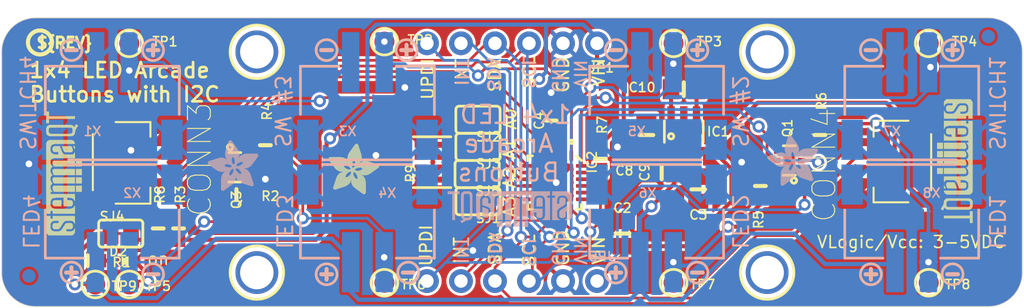
<source format=kicad_pcb>
(kicad_pcb (version 20221018) (generator pcbnew)
  (layers (0 "F.Cu" signal) (31 "B.Cu" signal) (34 "B.Paste" user) (35 "F.Paste" user) (36 "B.SilkS" user "B.Silkscreen") (37 "F.SilkS" user "F.Silkscreen") (38 "B.Mask" user) (39 "F.Mask" user) (44 "Edge.Cuts" user))
  (net 0 "")
  (net 1 "GND")
  (net 2 "SDA")
  (net 3 "SCL")
  (net 4 "INT")
  (net 5 "VCC")
  (net 6 "N$1")
  (net 7 "SW4")
  (net 8 "SW3")
  (net 9 "SW2")
  (net 10 "N$99")
  (net 11 "SW1")
  (net 12 "N$2")
  (net 13 "N$3")
  (net 14 "5.0V")
  (net 15 "PWM4")
  (net 16 "PWM3")
  (net 17 "PWM2")
  (net 18 "PWM1")
  (net 19 "N$4")
  (net 20 "LED3")
  (net 21 "N$12")
  (net 22 "LED4")
  (net 23 "LED2")
  (net 24 "N$11")
  (net 25 "LED1")
  (net 26 "UPDI")
  (net 27 "A0")
  (net 28 "A1")
  (net 29 "A2")
  (net 30 "A3")
  (net 31 "N$5")
  (net 32 "N$6")
  (net 33 "N$7")
  (net 34 "N$8")
  (net 35 "N$13")
  (footprint "working:0805-NO" (layer "F.Cu") (at 162.4076 107.0356 -90)
    (fp_text reference "C3")
    (fp_text value "10uF")
  )
  (footprint "working:0603-NO" (layer "F.Cu") (at 130.0861 103.7336 90)
    (fp_text reference "R4")
    (fp_text value "100")
  )
  (footprint "working:SOT23-6" (layer "F.Cu") (at 161.3281 102.7176)
    (fp_text reference "IC1")
    (fp_text value "AP3602")
  )
  (footprint "working:TESTPOINT_ROUND_1.5MM" (layer "F.Cu") (at 117.3861 114.1476)
    (fp_text reference "TP9")
    (fp_text value "")
  )
  (footprint "working:0603-NO" (layer "F.Cu") (at 127.9271 107.4166)
    (fp_text reference "R2")
    (fp_text value "100")
  )
  (footprint "working:0603-NO" (layer "F.Cu") (at 116.8146 112.3696)
    (fp_text reference "R1")
    (fp_text value "10K")
  )
  (footprint "working:SOLDERJUMPER_CLOSEDWIRE" (layer "F.Cu") (at 119.2911 110.3376)
    (fp_text reference "SJ4")
    (fp_text value "")
  )
  (footprint "working:TESTPOINT_ROUND_1.5MM" (layer "F.Cu") (at 160.5661 96.1136)
    (fp_text reference "TP3")
    (fp_text value "")
  )
  (footprint "working:0603-NO" (layer "F.Cu") (at 155.1051 104.7496 90)
    (fp_text reference "R7")
    (fp_text value "10K")
  )
  (footprint "working:STEMMAQT" (layer "F.Cu") (at 116.3701 110.4646 90)
    (fp_text reference "U$30" hide)
    (fp_text value "" hide)
  )
  (footprint "working:0603-NO" (layer "F.Cu") (at 122.0851 109.9566 90)
    (fp_text reference "R8")
    (fp_text value "10K")
  )
  (footprint "working:SOLDERJUMPER_CLOSEDWIRE" (layer "F.Cu") (at 145.9611 103.8606 180)
    (fp_text reference "SJ3")
    (fp_text value "")
  )
  (footprint "working:RESPACK_4X0603" (layer "F.Cu") (at 142.5321 105.0036 90)
    (fp_text reference "R9")
    (fp_text value "10K")
  )
  (footprint "working:JST_SH4" (layer "F.Cu") (at 119.2911 105.0036 -90)
    (fp_text reference "CONN3")
    (fp_text value "STEMMA_I2C_QT" hide)
  )
  (footprint "working:0603-NO" (layer "F.Cu") (at 151.4221 101.8921 90)
    (fp_text reference "C4")
    (fp_text value "0.1uF")
  )
  (footprint "working:0805-NO" (layer "F.Cu") (at 161.3281 99.5426 180)
    (fp_text reference "C10")
    (fp_text value "1uF")
  )
  (footprint "working:TESTPOINT_ROUND_1.5MM" (layer "F.Cu") (at 119.9261 96.1136)
    (fp_text reference "TP1")
    (fp_text value "")
  )
  (footprint "working:SOLDERJUMPER_CLOSEDWIRE" (layer "F.Cu") (at 145.9611 101.8286 180)
    (fp_text reference "SJ2")
    (fp_text value "")
  )
  (footprint "working:FIDUCIAL_1MM" (layer "F.Cu") (at 111.9886 111.0361)
    (fp_text reference "FID2" hide)
    (fp_text value "FIDUCIAL_1MM" hide)
  )
  (footprint "working:TESTPOINT_ROUND_1.5MM" (layer "F.Cu") (at 138.9761 114.0206)
    (fp_text reference "TP6")
    (fp_text value "")
  )
  (footprint "working:0603-NO" (layer "F.Cu") (at 171.4881 102.9716 90)
    (fp_text reference "R6")
    (fp_text value "100")
  )
  (footprint "working:TESTPOINT_ROUND_1.5MM" (layer "F.Cu") (at 179.6161 114.0206)
    (fp_text reference "TP8")
    (fp_text value "")
  )
  (footprint "working:SOLDERJUMPER_CLOSEDWIRE" (layer "F.Cu") (at 145.8976 105.8926 180)
    (fp_text reference "SJ5")
    (fp_text value "")
  )
  (footprint "working:MOUNTINGHOLE_2.5_PLATED" (layer "F.Cu") (at 167.5511 96.7486)
    (fp_text reference "U$3" hide)
    (fp_text value "MOUNTINGHOLE2.5" hide)
  )
  (footprint "working:SOT363" (layer "F.Cu") (at 127.8001 105.3846 -90)
    (fp_text reference "Q3")
    (fp_text value "BSS138")
  )
  (footprint "working:0603-NO" (layer "F.Cu") (at 123.6091 109.9566 90)
    (fp_text reference "R3")
    (fp_text value "10K")
  )
  (footprint "working:QFN24_4MM" (layer "F.Cu") (at 151.6761 106.5276 -90)
    (fp_text reference "IC2")
    (fp_text value "ATTINY8X7-MU")
  )
  (footprint "working:TESTPOINT_ROUND_1.5MM" (layer "F.Cu") (at 119.9261 114.1476)
    (fp_text reference "TP5")
    (fp_text value "")
  )
  (footprint "working:TESTPOINT_ROUND_1.5MM" (layer "F.Cu") (at 179.6161 96.1136)
    (fp_text reference "TP4")
    (fp_text value "")
  )
  (footprint "working:TESTPOINT_ROUND_1.5MM" (layer "F.Cu") (at 138.9761 95.9866)
    (fp_text reference "TP2")
    (fp_text value "")
  )
  (footprint "working:MOUNTINGHOLE_2.5_PLATED" (layer "F.Cu") (at 129.4511 113.2586)
    (fp_text reference "U$21" hide)
    (fp_text value "MOUNTINGHOLE2.5" hide)
  )
  (footprint "working:1X06_ROUND_70" (layer "F.Cu") (at 148.5011 96.1136 180)
    (fp_text reference "JP1")
    (fp_text value "")
  )
  (footprint "working:JST_SH4" (layer "F.Cu") (at 177.7111 105.0036 90)
    (fp_text reference "CONN4")
    (fp_text value "STEMMA_I2C_QT" hide)
  )
  (footprint "working:MOUNTINGHOLE_2.5_PLATED" (layer "F.Cu") (at 129.4511 96.7486)
    (fp_text reference "U$17" hide)
    (fp_text value "MOUNTINGHOLE2.5" hide)
  )
  (footprint "working:0603-NO" (layer "F.Cu") (at 167.0431 106.7816 -90)
    (fp_text reference "R5")
    (fp_text value "100")
  )
  (footprint "working:0805-NO" (layer "F.Cu") (at 156.7561 110.3376 90)
    (fp_text reference "C2")
    (fp_text value "10uF")
  )
  (footprint "working:0805-NO" (layer "F.Cu") (at 158.5341 102.9716 -90)
    (fp_text reference "C9")
    (fp_text value "10uF")
  )
  (footprint "working:CHIPLED_0603_NOOUTLINE" (layer "F.Cu") (at 119.6086 112.4331 -90)
    (fp_text reference "D2")
    (fp_text value "GREEN")
  )
  (footprint "working:ADAFRUIT_3.5MM" (layer "F.Cu") (at 134.7851 107.4166)
    (fp_text reference "U$9" hide)
    (fp_text value "" hide)
  )
  (footprint "working:SOLDERJUMPER_CLOSEDWIRE" (layer "F.Cu") (at 145.9611 107.9246 180)
    (fp_text reference "SJ1")
    (fp_text value "")
  )
  (footprint "working:SOT363" (layer "F.Cu") (at 169.2021 104.8766 90)
    (fp_text reference "Q1")
    (fp_text value "BSS138")
  )
  (footprint "working:MOUNTINGHOLE_2.5_PLATED" (layer "F.Cu") (at 167.5511 113.2586)
    (fp_text reference "U$19" hide)
    (fp_text value "MOUNTINGHOLE2.5" hide)
  )
  (footprint "working:0805-NO" (layer "F.Cu") (at 159.6771 105.7656 180)
    (fp_text reference "C8")
    (fp_text value "10uF")
  )
  (footprint "working:PCBFEAT-REV-040" (layer "F.Cu") (at 113.2586 96.0501)
    (fp_text reference "U$25" hide)
    (fp_text value "" hide)
  )
  (footprint "working:TESTPOINT_ROUND_1.5MM" (layer "F.Cu") (at 160.5661 114.0206)
    (fp_text reference "TP7")
    (fp_text value "")
  )
  (footprint "working:STEMMAQT" (layer "F.Cu") (at 180.2511 100.3046 -90)
    (fp_text reference "U$31" hide)
    (fp_text value "" hide)
  )
  (footprint "working:FIDUCIAL_1MM" (layer "F.Cu") (at 174.0281 95.8596)
    (fp_text reference "FID1" hide)
    (fp_text value "FIDUCIAL_1MM" hide)
  )
  (footprint "working:JST-XH-2-SV" (layer "B.Cu") (at 178.3461 101.8286 180)
    (fp_text reference "X7")
    (fp_text value "CON_JST_XH_2PIN-VERT")
  )
  (footprint "working:SYMBOL_PLUS" (layer "B.Cu") (at 121.7041 96.6216 180)
    (fp_text reference "U$24" hide)
    (fp_text value "" hide)
  )
  (footprint "working:SYMBOL_MINUS" (layer "B.Cu") (at 134.6581 96.6216 180)
    (fp_text reference "U$8" hide)
    (fp_text value "" hide)
  )
  (footprint "working:FIDUCIAL_1MM" (layer "B.Cu") (at 184.0611 95.6056 180)
    (fp_text reference "FID4" hide)
    (fp_text value "FIDUCIAL_1MM" hide)
  )
  (footprint "working:1X06_ROUND_70" (layer "B.Cu") (at 148.5011 113.8936 180)
    (fp_text reference "JP5")
    (fp_text value "")
  )
  (footprint "working:JST-XH-2-SV" (layer "B.Cu") (at 178.3461 108.1786)
    (fp_text reference "X8")
    (fp_text value "CON_JST_XH_2PIN-VERT")
  )
  (footprint "working:SYMBOL_MINUS" (layer "B.Cu") (at 181.3941 113.3856 180)
    (fp_text reference "U$47" hide)
    (fp_text value "" hide)
  )
  (footprint "working:SYMBOL_PLUS" (layer "B.Cu") (at 134.6581 113.3856 180)
    (fp_text reference "U$20" hide)
    (fp_text value "" hide)
  )
  (footprint "working:JST-XH-2-SV" (layer "B.Cu") (at 118.6561 108.1786)
    (fp_text reference "X2")
    (fp_text value "CON_JST_XH_2PIN-VERT")
  )
  (footprint "working:ADAFRUIT_3.5MM" (layer "B.Cu") (at 171.3611 106.7816 180)
    (fp_text reference "U$2" hide)
    (fp_text value "" hide)
  )
  (footprint "working:JST-XH-2-SV" (layer "B.Cu") (at 118.6561 101.8286 180)
    (fp_text reference "X1")
    (fp_text value "CON_JST_XH_2PIN-VERT")
  )
  (footprint "working:JST-XH-2-SV" (layer "B.Cu") (at 137.7061 101.8286 180)
    (fp_text reference "X3")
    (fp_text value "CON_JST_XH_2PIN-VERT")
  )
  (footprint "working:JST-XH-2-SV" (layer "B.Cu") (at 159.2961 108.1786)
    (fp_text reference "X6")
    (fp_text value "CON_JST_XH_2PIN-VERT")
  )
  (footprint "working:SYMBOL_PLUS" (layer "B.Cu") (at 115.6081 113.2586 180)
    (fp_text reference "U$23" hide)
    (fp_text value "" hide)
  )
  (footprint "working:SYMBOL_PLUS" (layer "B.Cu") (at 140.6271 96.6216 180)
    (fp_text reference "U$50" hide)
    (fp_text value "" hide)
  )
  (footprint "working:JST-XH-2-SV" (layer "B.Cu") (at 159.2961 101.8286 180)
    (fp_text reference "X5")
    (fp_text value "CON_JST_XH_2PIN-VERT")
  )
  (footprint "working:SYMBOL_PLUS" (layer "B.Cu") (at 181.3941 96.6216 180)
    (fp_text reference "U$15" hide)
    (fp_text value "" hide)
  )
  (footprint "working:JST-XH-2-SV" (layer "B.Cu") (at 137.7061 108.1786)
    (fp_text reference "X4")
    (fp_text value "CON_JST_XH_2PIN-VERT")
  )
  (footprint "working:SYMBOL_MINUS" (layer "B.Cu") (at 156.2481 96.6216 180)
    (fp_text reference "U$49" hide)
    (fp_text value "" hide)
  )
  (footprint "working:STEMMAQT" (layer "B.Cu") (at 152.9461 109.8296 180)
    (fp_text reference "U$53" hide)
    (fp_text value "" hide)
  )
  (footprint "working:SYMBOL_PLUS" (layer "B.Cu") (at 175.2981 113.3856 180)
    (fp_text reference "U$16" hide)
    (fp_text value "" hide)
  )
  (footprint "working:FIDUCIAL_1MM" (layer "B.Cu") (at 112.4331 113.5126 180)
    (fp_text reference "FID3" hide)
    (fp_text value "FIDUCIAL_1MM" hide)
  )
  (footprint "working:SYMBOL_MINUS" (layer "B.Cu") (at 140.7541 113.2586 180)
    (fp_text reference "U$48" hide)
    (fp_text value "" hide)
  )
  (footprint "working:SYMBOL_MINUS" (layer "B.Cu") (at 121.7041 113.3856 180)
    (fp_text reference "U$45" hide)
    (fp_text value "" hide)
  )
  (footprint "working:SYMBOL_PLUS" (layer "B.Cu") (at 156.2481 113.2586 180)
    (fp_text reference "U$7" hide)
    (fp_text value "" hide)
  )
  (footprint "working:SYMBOL_MINUS" (layer "B.Cu") (at 115.6081 96.6216 180)
    (fp_text reference "U$14" hide)
    (fp_text value "" hide)
  )
  (footprint "working:SYMBOL_MINUS" (layer "B.Cu") (at 175.2981 96.6216 180)
    (fp_text reference "U$1" hide)
    (fp_text value "" hide)
  )
  (footprint "working:ADAFRUIT_3.5MM" (layer "B.Cu") (at 129.5781 107.1626 180)
    (fp_text reference "U$52" hide)
    (fp_text value "" hide)
  )
  (footprint "working:SYMBOL_PLUS" (layer "B.Cu") (at 162.3441 96.6216 180)
    (fp_text reference "U$26" hide)
    (fp_text value "" hide)
  )
  (footprint "working:SYMBOL_MINUS" (layer "B.Cu") (at 162.3441 113.2586 180)
    (fp_text reference "U$46" hide)
    (fp_text value "" hide)
  )
  (gr_arc (start 110.4011 96.7486) (mid 111.145049 94.952549) (end 112.9411 94.2086) (stroke (width 0.05)) (layer "Edge.Cuts"))
  (gr_line (start 112.9411 94.2086) (end 184.0611 94.2086) (stroke (width 0.05)) (layer "Edge.Cuts"))
  (gr_arc (start 184.0611 94.2086) (mid 185.857151 94.952549) (end 186.6011 96.7486) (stroke (width 0.05)) (layer "Edge.Cuts"))
  (gr_arc (start 186.6011 113.2586) (mid 185.857151 115.054651) (end 184.0611 115.7986) (stroke (width 0.05)) (layer "Edge.Cuts"))
  (gr_arc (start 112.9411 115.7986) (mid 111.145049 115.054651) (end 110.4011 113.2586) (stroke (width 0.05)) (layer "Edge.Cuts"))
  (gr_line (start 186.6011 96.7486) (end 186.6011 113.2586) (stroke (width 0.05)) (layer "Edge.Cuts"))
  (gr_line (start 110.4011 113.2586) (end 110.4011 96.7486) (stroke (width 0.05)) (layer "Edge.Cuts"))
  (gr_line (start 184.0611 115.7986) (end 112.9411 115.7986) (stroke (width 0.05)) (layer "Edge.Cuts"))
  (gr_text "INT" (at 144.7546 98.2726 -90) (layer "B.SilkS") (effects (font (size 0.87376 0.87376) (thickness 0.14224)) (justify mirror)))
  (gr_text "1x4 LED \nArcade\nButtons" (at 148.2471 103.6066) (layer "B.SilkS") (effects (font (size 1.34112 1.34112) (thickness 0.18288)) (justify mirror)))
  (gr_text "LED2" (at 165.5191 109.4486 -90) (layer "B.SilkS") (effects (font (size 1.1176 1.1176) (thickness 0.1524)) (justify mirror)))
  (gr_text "SW #2" (at 165.5191 101.1936 -90) (layer "B.SilkS") (effects (font (size 1.1176 1.1176) (thickness 0.1524)) (justify mirror)))
  (gr_text "SW #3" (at 131.3561 101.1936 -90) (layer "B.SilkS") (effects (font (size 1.1176 1.1176) (thickness 0.1524)) (justify mirror)))
  (gr_text "LED4" (at 112.5601 109.4486 -90) (layer "B.SilkS") (effects (font (size 1.1176 1.1176) (thickness 0.1524)) (justify mirror)))
  (gr_text "INT" (at 144.7546 111.6076 -90) (layer "B.SilkS") (effects (font (size 0.87376 0.87376) (thickness 0.14224)) (justify mirror)))
  (gr_text "SDA" (at 147.2311 111.4806 -90) (layer "B.SilkS") (effects (font (size 0.87376 0.87376) (thickness 0.14224)) (justify mirror)))
  (gr_text "SDA" (at 147.1041 98.3996 -90) (layer "B.SilkS") (effects (font (size 0.87376 0.87376) (thickness 0.14224)) (justify mirror)))
  (gr_text "LED1" (at 184.6961 109.4486 -90) (layer "B.SilkS") (effects (font (size 1.1176 1.1176) (thickness 0.1524)) (justify mirror)))
  (gr_text "SCL" (at 149.7711 111.6076 -90) (layer "B.SilkS") (effects (font (size 0.87376 0.87376) (thickness 0.14224)) (justify mirror)))
  (gr_text "SCL" (at 149.7711 98.2726 -90) (layer "B.SilkS") (effects (font (size 0.87376 0.87376) (thickness 0.14224)) (justify mirror)))
  (gr_text "SWITCH1" (at 184.6961 100.5586 -90) (layer "B.SilkS") (effects (font (size 1.1176 1.1176) (thickness 0.1524)) (justify mirror)))
  (gr_text "GND" (at 151.9301 98.4631 -90) (layer "B.SilkS") (effects (font (size 0.87376 0.87376) (thickness 0.14224)) (justify mirror)))
  (gr_text "LED3" (at 131.4831 109.4486 -90) (layer "B.SilkS") (effects (font (size 1.1176 1.1176) (thickness 0.1524)) (justify mirror)))
  (gr_text "GND" (at 151.9301 111.4171 -90) (layer "B.SilkS") (effects (font (size 0.87376 0.87376) (thickness 0.14224)) (justify mirror)))
  (gr_text "VIN" (at 153.5811 98.3996 -90) (layer "B.SilkS") (effects (font (size 0.87376 0.87376) (thickness 0.14224)) (justify mirror)))
  (gr_text "SWITCH4" (at 112.3061 100.5586 -90) (layer "B.SilkS") (effects (font (size 1.1176 1.1176) (thickness 0.1524)) (justify mirror)))
  (gr_text "VIN" (at 153.5811 111.6076 -90) (layer "B.SilkS") (effects (font (size 0.87376 0.87376) (thickness 0.14224)) (justify mirror)))
  (gr_text "A1" (at 148.3106 103.9876 90) (layer "F.SilkS") (effects (font (size 0.87376 0.87376) (thickness 0.14224))))
  (gr_text "1x4 LED Arcade\nButtons with I2C" (at 112.3696 99.0346) (layer "F.SilkS") (effects (font (size 1.12268 1.12268) (thickness 0.19812)) (justify left)))
  (gr_text "GND" (at 152.3111 98.4631 90) (layer "F.SilkS") (effects (font (size 0.87376 0.87376) (thickness 0.14224))))
  (gr_text "UPDI" (at 142.2146 98.7806 90) (layer "F.SilkS") (effects (font (size 0.87376 0.87376) (thickness 0.14224))))
  (gr_text "UPDI" (at 142.0876 111.2266 90) (layer "F.SilkS") (effects (font (size 0.87376 0.87376) (thickness 0.14224))))
  (gr_text "INT" (at 144.7546 98.2726 90) (layer "F.SilkS") (effects (font (size 0.87376 0.87376) (thickness 0.14224))))
  (gr_text "SCL" (at 149.7711 98.2726 90) (layer "F.SilkS") (effects (font (size 0.87376 0.87376) (thickness 0.14224))))
  (gr_text "A0" (at 148.3741 101.7651 90) (layer "F.SilkS") (effects (font (size 0.87376 0.87376) (thickness 0.14224))))
  (gr_text "SDA" (at 147.2311 98.5266 90) (layer "F.SilkS") (effects (font (size 0.87376 0.87376) (thickness 0.14224))))
  (gr_text "A2" (at 148.3106 106.1466 90) (layer "F.SilkS") (effects (font (size 0.87376 0.87376) (thickness 0.14224))))
  (gr_text "on" (at 121.1961 112.7506) (layer "F.SilkS") (effects (font (size 0.89408 0.89408) (thickness 0.12192)) (justify left bottom)))
  (gr_text "SCL" (at 149.7711 111.6076 90) (layer "F.SilkS") (effects (font (size 0.87376 0.87376) (thickness 0.14224))))
  (gr_text "A3" (at 148.3106 108.3056 90) (layer "F.SilkS") (effects (font (size 0.87376 0.87376) (thickness 0.14224))))
  (gr_text "VLogic/Vcc: 3-5VDC" (at 178.2826 110.9726) (layer "F.SilkS") (effects (font (size 0.89408 0.89408) (thickness 0.12192))))
  (gr_text "VIN" (at 154.9781 98.2726 90) (layer "F.SilkS") (effects (font (size 0.87376 0.87376) (thickness 0.14224))))
  (gr_text "VIN" (at 154.9781 111.6076 90) (layer "F.SilkS") (effects (font (size 0.87376 0.87376) (thickness 0.14224))))
  (gr_text "GND" (at 152.3111 111.4171 90) (layer "F.SilkS") (effects (font (size 0.87376 0.87376) (thickness 0.14224))))
  (gr_text "INT" (at 144.6276 111.6076 90) (layer "F.SilkS") (effects (font (size 0.87376 0.87376) (thickness 0.14224))))
  (gr_text "SDA" (at 147.2311 111.4806 90) (layer "F.SilkS") (effects (font (size 0.87376 0.87376) (thickness 0.14224))))
  (segment (start 151.9261 104.5276) (end 151.9261 106.2776) (width 0.2032) (layer "F.Cu") (net 1))
  (segment (start 151.9261 106.2776) (end 151.6761 106.5276) (width 0.2032) (layer "F.Cu") (net 1))
  (via (at 120.0531 104.1146) (size 0.9064) (drill 0.5) (layers "F.Cu" "B.Cu") (net 1))
  (via (at 138.3411 104.4956) (size 0.9064) (drill 0.5) (layers "F.Cu" "B.Cu") (net 1))
  (via (at 165.6461 105.0036) (size 0.9064) (drill 0.5) (layers "F.Cu" "B.Cu") (net 1))
  (via (at 130.0861 106.2736) (size 0.9064) (drill 0.5) (layers "F.Cu" "B.Cu") (net 1))
  (via (at 112.4331 105.1306) (size 0.9064) (drill 0.5) (layers "F.Cu" "B.Cu") (net 1))
  (via (at 151.4221 99.7966) (size 0.9064) (drill 0.5) (layers "F.Cu" "B.Cu") (net 1))
  (via (at 156.3751 103.8606) (size 0.9064) (drill 0.5) (layers "F.Cu" "B.Cu") (net 1))
  (via (at 145.5801 111.6076) (size 0.9064) (drill 0.5) (layers "F.Cu" "B.Cu") (net 1))
  (via (at 151.8031 106.5276) (size 0.9064) (drill 0.5) (layers "F.Cu" "B.Cu") (net 1))
  (via (at 140.5001 99.4156) (size 0.9064) (drill 0.5) (layers "F.Cu" "B.Cu") (net 1))
  (segment (start 149.1655 110.9432) (end 147.2311 112.8776) (width 0.2032) (layer "F.Cu") (net 2))
  (segment (start 147.2311 113.8936) (end 147.2311 114.0206) (width 0.2032) (layer "F.Cu") (net 2))
  (segment (start 171.1285 108.8841) (end 169.548 110.4646) (width 0.254) (layer "F.Cu") (net 2))
  (segment (start 162.0901 115.1636) (end 148.3741 115.1636) (width 0.2032) (layer "F.Cu") (net 2))
  (segment (start 149.1655 110.5916) (end 150.1521 110.5916) (width 0.2032) (layer "F.Cu") (net 2))
  (segment (start 131.998107 97.3836) (end 123.878107 105.5036) (width 0.2032) (layer "F.Cu") (net 2))
  (segment (start 169.548 110.4646) (end 166.7891 110.4646) (width 0.254) (layer "F.Cu") (net 2))
  (segment (start 145.3261 97.3836) (end 131.998107 97.3836) (width 0.2032) (layer "F.Cu") (net 2))
  (segment (start 151.4261 109.3176) (end 150.1521 110.5916) (width 0.2032) (layer "F.Cu") (net 2))
  (segment (start 151.4261 108.5276) (end 151.4261 109.3176) (width 0.2032) (layer "F.Cu") (net 2))
  (segment (start 146.5961 96.1136) (end 145.3261 97.3836) (width 0.2032) (layer "F.Cu") (net 2))
  (segment (start 120.6881 107.7096) (end 122.0851 109.1066) (width 0.2032) (layer "F.Cu") (net 2))
  (segment (start 123.878107 105.5036) (end 121.8051 105.5036) (width 0.2032) (layer "F.Cu") (net 2))
  (segment (start 166.7891 110.4646) (end 162.0901 115.1636) (width 0.2032) (layer "F.Cu") (net 2))
  (segment (start 149.1655 110.5916) (end 149.1655 110.9432) (width 0.2032) (layer "F.Cu") (net 2))
  (segment (start 121.8051 105.5036) (end 120.8151 105.5036) (width 0.2032) (layer "F.Cu") (net 2))
  (segment (start 174.285681 104.5036) (end 171.1285 107.660781) (width 0.254) (layer "F.Cu") (net 2))
  (segment (start 146.5961 96.1136) (end 147.2311 96.1136) (width 0.2032) (layer "F.Cu") (net 2))
  (segment (start 171.1285 107.660781) (end 171.1285 108.8841) (width 0.254) (layer "F.Cu") (net 2))
  (segment (start 175.1971 104.5036) (end 174.285681 104.5036) (width 0.254) (layer "F.Cu") (net 2))
  (segment (start 120.8151 105.5036) (end 120.6881 105.6306) (width 0.2032) (layer "F.Cu") (net 2))
  (segment (start 147.2311 112.8776) (end 147.2311 113.8936) (width 0.2032) (layer "F.Cu") (net 2))
  (segment (start 148.3741 115.1636) (end 147.2311 114.0206) (width 0.2032) (layer "F.Cu") (net 2))
  (segment (start 120.6881 105.6306) (end 120.6881 107.7096) (width 0.2032) (layer "F.Cu") (net 2))
  (via (at 149.1655 110.5916) (size 0.9064) (drill 0.5) (layers "F.Cu" "B.Cu") (net 2))
  (segment (start 147.2311 96.1136) (end 147.6121 96.1136) (width 0.2032) (layer "B.Cu") (net 2))
  (segment (start 149.1655 97.667) (end 149.1655 110.5916) (width 0.2032) (layer "B.Cu") (net 2))
  (segment (start 149.1655 97.667) (end 147.6121 96.1136) (width 0.2032) (layer "B.Cu") (net 2))
  (segment (start 151.2911 110.5916) (end 151.5131 110.5916) (width 0.2032) (layer "F.Cu") (net 3))
  (segment (start 170.3451 107.1626) (end 170.3451 108.1786) (width 0.254) (layer "F.Cu") (net 3))
  (segment (start 123.452841 106.5036) (end 121.8051 106.5036) (width 0.2032) (layer "F.Cu") (net 3))
  (segment (start 149.7711 113.8936) (end 150.0211 113.6436) (width 0.2032) (layer "F.Cu") (net 3))
  (segment (start 132.141044 97.8154) (end 145.5293 97.8154) (width 0.2032) (layer "F.Cu") (net 3))
  (segment (start 123.6091 108.3076) (end 123.6091 109.1066) (width 0.2032) (layer "F.Cu") (net 3))
  (segment (start 174.0041 103.5036) (end 170.3451 107.1626) (width 0.254) (layer "F.Cu") (net 3))
  (segment (start 151.9261 108.5276) (end 151.9261 110.1786) (width 0.2032) (layer "F.Cu") (net 3))
  (segment (start 145.8341 97.5106) (end 145.5293 97.8154) (width 0.2032) (layer "F.Cu") (net 3))
  (segment (start 175.1971 103.5036) (end 174.0041 103.5036) (width 0.254) (layer "F.Cu") (net 3))
  (segment (start 148.3741 97.5106) (end 145.8341 97.5106) (width 0.2032) (layer "F.Cu") (net 3))
  (segment (start 150.0211 111.8616) (end 150.0211 113.6436) (width 0.2032) (layer "F.Cu") (net 3))
  (segment (start 132.141044 97.8154) (end 126.452841 103.5036) (width 0.2032) (layer "F.Cu") (net 3))
  (segment (start 150.0211 111.8616) (end 151.2911 110.5916) (width 0.2032) (layer "F.Cu") (net 3))
  (segment (start 121.8051 106.5036) (end 123.6091 108.3076) (width 0.2032) (layer "F.Cu") (net 3))
  (segment (start 151.9261 110.1786) (end 151.5131 110.5916) (width 0.2032) (layer "F.Cu") (net 3))
  (segment (start 126.452841 103.5036) (end 123.452841 106.5036) (width 0.2032) (layer "F.Cu") (net 3))
  (segment (start 148.3741 97.5106) (end 149.7711 96.1136) (width 0.2032) (layer "F.Cu") (net 3))
  (via (at 170.3451 108.1786) (size 0.9064) (drill 0.5) (layers "F.Cu" "B.Cu") (net 3))
  (via (at 151.2911 110.5916) (size 0.9064) (drill 0.5) (layers "F.Cu" "B.Cu") (net 3))
  (segment (start 158.1531 106.7816) (end 160.8201 106.7816) (width 0.2032) (layer "B.Cu") (net 3))
  (segment (start 156.3751 108.5596) (end 156.3751 111.8616) (width 0.2032) (layer "B.Cu") (net 3))
  (segment (start 162.5981 108.5596) (end 169.9641 108.5596) (width 0.2032) (layer "B.Cu") (net 3))
  (segment (start 155.8671 112.3696) (end 152.0571 112.3696) (width 0.2032) (layer "B.Cu") (net 3))
  (segment (start 160.8201 106.7816) (end 162.5981 108.5596) (width 0.2032) (layer "B.Cu") (net 3))
  (segment (start 156.3751 108.5596) (end 158.1531 106.7816) (width 0.2032) (layer "B.Cu") (net 3))
  (segment (start 156.3751 111.8616) (end 155.8671 112.3696) (width 0.2032) (layer "B.Cu") (net 3))
  (segment (start 150.5331 113.8936) (end 149.7711 113.8936) (width 0.2032) (layer "B.Cu") (net 3))
  (segment (start 149.7711 96.1136) (end 149.6441 96.2406) (width 0.2032) (layer "B.Cu") (net 3))
  (segment (start 149.6441 108.9446) (end 151.2911 110.5916) (width 0.2032) (layer "B.Cu") (net 3))
  (segment (start 169.9641 108.5596) (end 170.3451 108.1786) (width 0.2032) (layer "B.Cu") (net 3))
  (segment (start 152.0571 112.3696) (end 150.5331 113.8936) (width 0.2032) (layer "B.Cu") (net 3))
  (segment (start 149.6441 96.2406) (end 149.6441 108.9446) (width 0.2032) (layer "B.Cu") (net 3))
  (segment (start 150.9261 109.145306) (end 150.714293 109.357112) (width 0.2032) (layer "F.Cu") (net 4))
  (segment (start 148.228454 110.191953) (end 144.6911 113.729306) (width 0.2032) (layer "F.Cu") (net 4))
  (segment (start 148.155613 110.119112) (end 148.228454 110.191953) (width 0.2032) (layer "F.Cu") (net 4))
  (segment (start 148.917612 109.357112) (end 148.155613 110.119112) (width 0.2032) (layer "F.Cu") (net 4))
  (segment (start 150.9261 108.5276) (end 150.9261 109.145306) (width 0.2032) (layer "F.Cu") (net 4))
  (segment (start 144.6911 113.8936) (end 144.6911 113.729306) (width 0.2032) (layer "F.Cu") (net 4))
  (segment (start 150.714293 109.357112) (end 148.917612 109.357112) (width 0.2032) (layer "F.Cu") (net 4))
  (via (at 148.155613 110.119112) (size 0.9064) (drill 0.5) (layers "F.Cu" "B.Cu") (net 4))
  (segment (start 148.7551 98.0186) (end 148.1201 97.3836) (width 0.2032) (layer "B.Cu") (net 4))
  (segment (start 148.7551 109.519625) (end 148.155613 110.119112) (width 0.2032) (layer "B.Cu") (net 4))
  (segment (start 148.7551 98.0186) (end 148.7551 109.519625) (width 0.2032) (layer "B.Cu") (net 4))
  (segment (start 144.6911 96.1136) (end 145.4531 96.1136) (width 0.2032) (layer "B.Cu") (net 4))
  (segment (start 148.1201 97.3836) (end 146.7231 97.3836) (width 0.2032) (layer "B.Cu") (net 4))
  (segment (start 146.7231 97.3836) (end 145.4531 96.1136) (width 0.2032) (layer "B.Cu") (net 4))
  (segment (start 176.4411 100.5586) (end 177.0761 101.1936) (width 0.3048) (layer "F.Cu") (net 5))
  (segment (start 160.9471 102.4636) (end 158.9761 102.4636) (width 0.3048) (layer "F.Cu") (net 5))
  (segment (start 162.4711 103.2256) (end 162.4711 104.0176) (width 0.3048) (layer "F.Cu") (net 5))
  (segment (start 158.9761 102.4636) (end 158.5341 102.0216) (width 0.3048) (layer "F.Cu") (net 5))
  (segment (start 161.3281 101.4176) (end 161.3281 102.0826) (width 0.3048) (layer "F.Cu") (net 5))
  (segment (start 150.1521 101.914969) (end 150.1521 99.1616) (width 0.3048) (layer "F.Cu") (net 5))
  (segment (start 177.0761 104.7496) (end 176.3141 105.5116) (width 0.3048) (layer "F.Cu") (net 5))
  (segment (start 133.851675 110.8066) (end 134.6581 110.000175) (width 0.3048) (layer "F.Cu") (net 5))
  (segment (start 154.8511 113.8936) (end 156.7561 111.9886) (width 0.3048) (layer "F.Cu") (net 5))
  (segment (start 123.6091 110.8066) (end 133.851675 110.8066) (width 0.3048) (layer "F.Cu") (net 5))
  (segment (start 164.8841 107.9246) (end 161.5211 111.2876) (width 0.3048) (layer "F.Cu") (net 5))
  (segment (start 155.1051 103.6946) (end 156.8441 101.9556) (width 0.3048) (layer "F.Cu") (net 5))
  (segment (start 162.4076 104.1471) (end 162.4076 106.0856) (width 0.3048) (layer "F.Cu") (net 5))
  (segment (start 156.7561 111.9886) (end 156.7561 111.2876) (width 0.3048) (layer "F.Cu") (net 5))
  (segment (start 166.8491 100.5586) (end 176.4411 100.5586) (width 0.3048) (layer "F.Cu") (net 5))
  (segment (start 150.979231 102.7421) (end 150.1521 101.914969) (width 0.3048) (layer "F.Cu") (net 5))
  (segment (start 120.0531 105.5116) (end 120.0531 110.3376) (width 0.3048) (layer "F.Cu") (net 5))
  (segment (start 156.8441 99.2496) (end 156.8441 101.9556) (width 0.3048) (layer "F.Cu") (net 5))
  (segment (start 158.4731 102.0216) (end 158.5341 102.0216) (width 0.3048) (layer "F.Cu") (net 5))
  (segment (start 154.8511 96.1136) (end 154.8511 97.2566) (width 0.3048) (layer "F.Cu") (net 5))
  (segment (start 155.1051 103.8996) (end 155.1051 103.6946) (width 0.3048) (layer "F.Cu") (net 5))
  (segment (start 162.4711 104.0176) (end 163.3901 104.0176) (width 0.3048) (layer "F.Cu") (net 5))
  (segment (start 161.5211 111.2876) (end 156.7561 111.2876) (width 0.3048) (layer "F.Cu") (net 5))
  (segment (start 120.0531 110.3376) (end 120.0531 110.8066) (width 0.3048) (layer "F.Cu") (net 5))
  (segment (start 163.3901 104.0176) (end 164.8841 105.5116) (width 0.3048) (layer "F.Cu") (net 5))
  (segment (start 121.8051 104.5036) (end 121.049519 104.5036) (width 0.3048) (layer "F.Cu") (net 5))
  (segment (start 175.2051 105.5116) (end 175.1971 105.5036) (width 0.3048) (layer "F.Cu") (net 5))
  (segment (start 134.6581 103.4796) (end 134.9121 103.2256) (width 0.3048) (layer "F.Cu") (net 5))
  (segment (start 156.8441 101.9556) (end 158.4071 101.9556) (width 0.3048) (layer "F.Cu") (net 5))
  (segment (start 120.0531 110.8066) (end 122.0851 110.8066) (width 0.3048) (layer "F.Cu") (net 5))
  (segment (start 121.049519 104.5036) (end 120.1039 105.449218) (width 0.3048) (layer "F.Cu") (net 5))
  (segment (start 161.3281 102.0826) (end 160.9471 102.4636) (width 0.3048) (layer "F.Cu") (net 5))
  (segment (start 150.1521 99.1616) (end 150.5331 98.7806) (width 0.3048) (layer "F.Cu") (net 5))
  (segment (start 123.6091 110.8066) (end 122.0851 110.8066) (width 0.3048) (layer "F.Cu") (net 5))
  (segment (start 176.3141 105.5116) (end 175.2051 105.5116) (width 0.3048) (layer "F.Cu") (net 5))
  (segment (start 166.8491 100.5586) (end 163.3901 104.0176) (width 0.3048) (layer "F.Cu") (net 5))
  (segment (start 151.4261 102.7461) (end 151.4221 102.7421) (width 0.3048) (layer "F.Cu") (net 5))
  (segment (start 134.6581 110.000175) (end 134.6581 103.4796) (width 0.3048) (layer "F.Cu") (net 5))
  (segment (start 120.1039 105.4608) (end 120.0531 105.5116) (width 0.3048) (layer "F.Cu") (net 5))
  (segment (start 162.2781 104.0176) (end 162.4076 104.1471) (width 0.3048) (layer "F.Cu") (net 5))
  (segment (start 177.0761 101.1936) (end 177.0761 104.7496) (width 0.3048) (layer "F.Cu") (net 5))
  (segment (start 120.1039 105.449218) (end 120.1039 105.4608) (width 0.3048) (layer "F.Cu") (net 5))
  (segment (start 154.8511 97.2566) (end 156.8441 99.2496) (width 0.3048) (layer "F.Cu") (net 5))
  (segment (start 151.4221 102.7421) (end 150.979231 102.7421) (width 0.3048) (layer "F.Cu") (net 5))
  (segment (start 164.8841 105.5116) (end 164.8841 107.9246) (width 0.3048) (layer "F.Cu") (net 5))
  (segment (start 151.4261 104.5276) (end 151.4261 102.7461) (width 0.3048) (layer "F.Cu") (net 5))
  (segment (start 162.2781 104.0176) (end 162.4711 104.0176) (width 0.3048) (layer "F.Cu") (net 5))
  (segment (start 161.3281 102.0826) (end 162.4711 103.2256) (width 0.3048) (layer "F.Cu") (net 5))
  (segment (start 158.4071 101.9556) (end 158.4731 102.0216) (width 0.3048) (layer "F.Cu") (net 5))
  (via (at 150.5331 98.7806) (size 0.889) (drill 0.4826) (layers "F.Cu" "B.Cu") (net 5))
  (via (at 134.9121 103.2256) (size 0.9064) (drill 0.5) (layers "F.Cu" "B.Cu") (net 5))
  (segment (start 151.0411 98.2726) (end 151.0411 94.7166) (width 0.3048) (layer "B.Cu") (net 5))
  (segment (start 134.9121 103.2256) (end 135.050994 103.2256) (width 0.3048) (layer "B.Cu") (net 5))
  (segment (start 137.7061 95.375707) (end 137.7061 100.570494) (width 0.3048) (layer "B.Cu") (net 5))
  (segment (start 151.0411 94.7166) (end 138.365207 94.7166) (width 0.3048) (layer "B.Cu") (net 5))
  (segment (start 138.365207 94.7166) (end 137.7061 95.375707) (width 0.3048) (layer "B.Cu") (net 5))
  (segment (start 153.8351 94.7166) (end 151.0411 94.7166) (width 0.3048) (layer "B.Cu") (net 5))
  (segment (start 154.8511 96.1136) (end 154.8511 95.7326) (width 0.3048) (layer "B.Cu") (net 5))
  (segment (start 137.7061 100.570494) (end 135.050994 103.2256) (width 0.3048) (layer "B.Cu") (net 5))
  (segment (start 150.5331 98.7806) (end 151.0411 98.2726) (width 0.3048) (layer "B.Cu") (net 5))
  (segment (start 154.8511 95.7326) (end 153.8351 94.7166) (width 0.3048) (layer "B.Cu") (net 5))
  (segment (start 118.7951 112.3696) (end 118.8586 112.4331) (width 0.3048) (layer "F.Cu") (net 6))
  (segment (start 117.6646 112.3696) (end 118.7951 112.3696) (width 0.3048) (layer "F.Cu") (net 6))
  (segment (start 146.983575 100.1776) (end 134.4041 100.1776) (width 0.2032) (layer "F.Cu") (net 7))
  (segment (start 148.2791 103.8806) (end 149.6761 105.2776) (width 0.2032) (layer "F.Cu") (net 7))
  (segment (start 134.1501 100.4316) (end 134.4041 100.1776) (width 0.2032) (layer "F.Cu") (net 7))
  (segment (start 119.9261 96.1136) (end 119.9261 98.1456) (width 0.2032) (layer "F.Cu") (net 7))
  (segment (start 148.2791 101.473125) (end 146.983575 100.1776) (width 0.2032) (layer "F.Cu") (net 7))
  (segment (start 148.2791 101.473125) (end 148.2791 103.8806) (width 0.2032) (layer "F.Cu") (net 7))
  (via (at 134.1501 100.4316) (size 0.9064) (drill 0.5) (layers "F.Cu" "B.Cu") (net 7))
  (via (at 119.9261 98.1456) (size 0.889) (drill 0.4826) (layers "F.Cu" "B.Cu") (net 7))
  (segment (start 119.9061 98.1256) (end 119.9061 97.5286) (width 0.2032) (layer "B.Cu") (net 7))
  (segment (start 134.1501 100.4316) (end 125.3491 100.4316) (width 0.2032) (layer "B.Cu") (net 7))
  (segment (start 119.9261 98.1456) (end 119.9061 98.1256) (width 0.2032) (layer "B.Cu") (net 7))
  (segment (start 125.3491 100.4316) (end 122.4461 97.5286) (width 0.2032) (layer "B.Cu") (net 7))
  (segment (start 119.9061 97.5286) (end 122.4461 97.5286) (width 0.2032) (layer "B.Cu") (net 7))
  (segment (start 146.4691 98.0186) (end 145.9611 98.5266) (width 0.2032) (layer "F.Cu") (net 8))
  (segment (start 150.9141 98.0186) (end 146.4691 98.0186) (width 0.2032) (layer "F.Cu") (net 8))
  (segment (start 152.4261 104.5276) (end 152.4261 99.5306) (width 0.2032) (layer "F.Cu") (net 8))
  (segment (start 152.4261 99.5306) (end 150.9141 98.0186) (width 0.2032) (layer "F.Cu") (net 8))
  (via (at 138.9761 95.9866) (size 0.889) (drill 0.4826) (layers "F.Cu" "B.Cu") (net 8))
  (via (at 145.9611 98.5266) (size 0.9064) (drill 0.5) (layers "F.Cu" "B.Cu") (net 8))
  (segment (start 138.9561 96.0066) (end 138.9761 95.9866) (width 0.2032) (layer "B.Cu") (net 8))
  (segment (start 145.3261 97.8916) (end 145.9611 98.5266) (width 0.2032) (layer "B.Cu") (net 8))
  (segment (start 138.9561 97.5286) (end 138.9561 96.0066) (width 0.2032) (layer "B.Cu") (net 8))
  (segment (start 139.0651 97.6376) (end 138.9561 97.5286) (width 0.2032) (layer "B.Cu") (net 8))
  (segment (start 140.5001 97.6376) (end 140.7541 97.8916) (width 0.2032) (layer "B.Cu") (net 8))
  (segment (start 140.7541 97.8916) (end 145.3261 97.8916) (width 0.2032) (layer "B.Cu") (net 8))
  (segment (start 140.5001 97.6376) (end 139.0651 97.6376) (width 0.2032) (layer "B.Cu") (net 8))
  (segment (start 160.5661 97.6176) (end 160.5461 97.6376) (width 0.2032) (layer "F.Cu") (net 9))
  (segment (start 152.9461 100.9396) (end 152.9461 104.5276) (width 0.2032) (layer "F.Cu") (net 9))
  (segment (start 154.3431 99.5426) (end 152.9461 100.9396) (width 0.2032) (layer "F.Cu") (net 9))
  (segment (start 152.9461 104.5276) (end 152.9261 104.5276) (width 0.2032) (layer "F.Cu") (net 9))
  (segment (start 154.3431 99.4156) (end 154.3431 99.5426) (width 0.2032) (layer "F.Cu") (net 9))
  (segment (start 160.5661 96.1136) (end 160.5661 97.6176) (width 0.2032) (layer "F.Cu") (net 9))
  (via (at 154.3431 99.4156) (size 0.9064) (drill 0.5) (layers "F.Cu" "B.Cu") (net 9))
  (via (at 160.5461 97.6376) (size 0.889) (drill 0.4826) (layers "F.Cu" "B.Cu") (net 9))
  (segment (start 160.5461 97.6376) (end 160.5461 97.5286) (width 0.2032) (layer "B.Cu") (net 9))
  (segment (start 156.7561 100.1776) (end 155.9941 99.4156) (width 0.2032) (layer "B.Cu") (net 9))
  (segment (start 156.7561 100.1776) (end 159.4231 100.1776) (width 0.2032) (layer "B.Cu") (net 9))
  (segment (start 159.4231 100.1776) (end 160.5461 99.0546) (width 0.2032) (layer "B.Cu") (net 9))
  (segment (start 154.3431 99.4156) (end 155.9941 99.4156) (width 0.2032) (layer "B.Cu") (net 9))
  (segment (start 160.5461 99.0546) (end 160.5461 97.6376) (width 0.2032) (layer "B.Cu") (net 9))
  (segment (start 167.9971 105.9316) (end 167.0431 105.9316) (width 0.254) (layer "F.Cu") (net 10))
  (segment (start 168.3021 105.6266) (end 167.9971 105.9316) (width 0.254) (layer "F.Cu") (net 10))
  (segment (start 179.6161 97.7646) (end 179.7431 97.8916) (width 0.2032) (layer "F.Cu") (net 11))
  (segment (start 153.6761 101.213597) (end 153.6761 105.2776) (width 0.2032) (layer "F.Cu") (net 11))
  (segment (start 179.6161 96.1136) (end 179.6161 97.7646) (width 0.2032) (layer "F.Cu") (net 11))
  (segment (start 155.4861 100.1776) (end 154.712093 100.1776) (width 0.2032) (layer "F.Cu") (net 11))
  (segment (start 154.712093 100.1776) (end 153.6761 101.213597) (width 0.2032) (layer "F.Cu") (net 11))
  (via (at 179.7431 97.8916) (size 0.889) (drill 0.4826) (layers "F.Cu" "B.Cu") (net 11))
  (via (at 155.4861 100.1776) (size 0.9064) (drill 0.5) (layers "F.Cu" "B.Cu") (net 11))
  (segment (start 156.2735 100.584) (end 178.5747 100.584) (width 0.2032) (layer "B.Cu") (net 11))
  (segment (start 179.7431 97.6756) (end 179.5961 97.5286) (width 0.2032) (layer "B.Cu") (net 11))
  (segment (start 156.2735 100.584) (end 155.8671 100.1776) (width 0.2032) (layer "B.Cu") (net 11))
  (segment (start 179.7431 97.8916) (end 179.7431 97.6756) (width 0.2032) (layer "B.Cu") (net 11))
  (segment (start 178.5747 100.584) (end 179.7431 99.4156) (width 0.2032) (layer "B.Cu") (net 11))
  (segment (start 155.4861 100.1776) (end 155.8671 100.1776) (width 0.2032) (layer "B.Cu") (net 11))
  (segment (start 179.7431 99.4156) (end 179.7431 97.8916) (width 0.2032) (layer "B.Cu") (net 11))
  (segment (start 160.3781 101.4176) (end 160.3781 99.5426) (width 0.3048) (layer "F.Cu") (net 12))
  (segment (start 162.2781 101.4176) (end 162.2781 99.5426) (width 0.3048) (layer "F.Cu") (net 13))
  (segment (start 160.6271 106.5936) (end 158.9151 108.3056) (width 0.3048) (layer "F.Cu") (net 14))
  (segment (start 160.3781 105.5166) (end 160.6271 105.7656) (width 0.3048) (layer "F.Cu") (net 14))
  (segment (start 160.6271 105.7656) (end 160.6271 106.5936) (width 0.3048) (layer "F.Cu") (net 14))
  (segment (start 160.3781 104.0176) (end 160.3781 105.5166) (width 0.3048) (layer "F.Cu") (net 14))
  (segment (start 117.3861 114.1476) (end 115.8621 114.1476) (width 0.2032) (layer "F.Cu") (net 14))
  (via (at 115.8621 114.1476) (size 0.889) (drill 0.4826) (layers "F.Cu" "B.Cu") (net 14))
  (via (at 158.9151 108.3056) (size 0.9064) (drill 0.5) (layers "F.Cu" "B.Cu") (net 14))
  (segment (start 169.5831 110.3376) (end 171.8691 112.6236) (width 0.3048) (layer "B.Cu") (net 14))
  (segment (start 158.9151 108.3056) (end 158.0461 109.1746) (width 0.3048) (layer "B.Cu") (net 14))
  (segment (start 158.7881 115.2906) (end 161.2011 115.2906) (width 0.3048) (layer "B.Cu") (net 14))
  (segment (start 118.5291 115.1636) (end 121.9581 115.1636) (width 0.3048) (layer "B.Cu") (net 14))
  (segment (start 135.0391 110.7186) (end 136.4561 112.1356) (width 0.3048) (layer "B.Cu") (net 14))
  (segment (start 158.0461 112.4786) (end 158.0461 114.5486) (width 0.3048) (layer "B.Cu") (net 14))
  (segment (start 157.3041 115.2906) (end 158.0461 114.5486) (width 0.3048) (layer "B.Cu") (net 14))
  (segment (start 166.1541 110.3376) (end 169.5831 110.3376) (width 0.3048) (layer "B.Cu") (net 14))
  (segment (start 158.0461 114.5486) (end 158.7881 115.2906) (width 0.3048) (layer "B.Cu") (net 14))
  (segment (start 176.9511 112.6236) (end 177.0961 112.4786) (width 0.3048) (layer "B.Cu") (net 14))
  (segment (start 115.8621 114.1476) (end 115.8621 114.0406) (width 0.2032) (layer "B.Cu") (net 14))
  (segment (start 137.0711 115.2906) (end 157.3041 115.2906) (width 0.3048) (layer "B.Cu") (net 14))
  (segment (start 117.4061 114.0406) (end 118.5291 115.1636) (width 0.3048) (layer "B.Cu") (net 14))
  (segment (start 117.4061 112.4786) (end 117.4061 114.0406) (width 0.3048) (layer "B.Cu") (net 14))
  (segment (start 158.0461 109.1746) (end 158.0461 112.4786) (width 0.3048) (layer "B.Cu") (net 14))
  (segment (start 126.4031 110.7186) (end 135.0391 110.7186) (width 0.3048) (layer "B.Cu") (net 14))
  (segment (start 171.8691 112.6236) (end 176.9511 112.6236) (width 0.3048) (layer "B.Cu") (net 14))
  (segment (start 136.4561 112.1356) (end 136.4561 112.4786) (width 0.3048) (layer "B.Cu") (net 14))
  (segment (start 161.2011 115.2906) (end 166.1541 110.3376) (width 0.3048) (layer "B.Cu") (net 14))
  (segment (start 136.4561 114.6756) (end 137.0711 115.2906) (width 0.3048) (layer "B.Cu") (net 14))
  (segment (start 121.9581 115.1636) (end 126.4031 110.7186) (width 0.3048) (layer "B.Cu") (net 14))
  (segment (start 136.4561 112.4786) (end 136.4561 114.6756) (width 0.3048) (layer "B.Cu") (net 14))
  (segment (start 115.8621 114.0406) (end 117.4061 114.0406) (width 0.2032) (layer "B.Cu") (net 14))
  (segment (start 128.4351 105.3846) (end 128.7001 105.3846) (width 0.2032) (layer "F.Cu") (net 15))
  (segment (start 150.4261 104.5276) (end 149.6641 104.5276) (width 0.2032) (layer "F.Cu") (net 15))
  (segment (start 128.0541 103.0986) (end 132.5245 98.6282) (width 0.2032) (layer "F.Cu") (net 15))
  (segment (start 147.087813 99.691) (end 148.7751 101.378288) (width 0.2032) (layer "F.Cu") (net 15))
  (segment (start 149.6641 104.5276) (end 148.7751 103.6386) (width 0.2032) (layer "F.Cu") (net 15))
  (segment (start 144.415988 98.6282) (end 145.478788 99.691) (width 0.2032) (layer "F.Cu") (net 15))
  (segment (start 132.5245 98.6282) (end 144.415988 98.6282) (width 0.2032) (layer "F.Cu") (net 15))
  (segment (start 128.0541 105.0036) (end 128.0541 103.0986) (width 0.2032) (layer "F.Cu") (net 15))
  (segment (start 148.7751 101.378288) (end 148.7751 103.6386) (width 0.2032) (layer "F.Cu") (net 15))
  (segment (start 128.0541 105.0036) (end 128.4351 105.3846) (width 0.2032) (layer "F.Cu") (net 15))
  (segment (start 145.478788 99.691) (end 147.087813 99.691) (width 0.2032) (layer "F.Cu") (net 15))
  (segment (start 127.6477 102.930263) (end 132.356163 98.2218) (width 0.2032) (layer "F.Cu") (net 16))
  (segment (start 147.5746 99.2846) (end 149.2199 100.9299) (width 0.2032) (layer "F.Cu") (net 16))
  (segment (start 127.2667 105.3846) (end 127.6477 105.0036) (width 0.2032) (layer "F.Cu") (net 16))
  (segment (start 145.647125 99.2846) (end 147.5746 99.2846) (width 0.2032) (layer "F.Cu") (net 16))
  (segment (start 144.584325 98.2218) (end 145.647125 99.2846) (width 0.2032) (layer "F.Cu") (net 16))
  (segment (start 150.9261 103.7656) (end 149.2199 102.0594) (width 0.2032) (layer "F.Cu") (net 16))
  (segment (start 132.356163 98.2218) (end 144.584325 98.2218) (width 0.2032) (layer "F.Cu") (net 16))
  (segment (start 127.6477 105.0036) (end 127.6477 102.930263) (width 0.2032) (layer "F.Cu") (net 16))
  (segment (start 126.9001 105.3846) (end 127.2667 105.3846) (width 0.2032) (layer "F.Cu") (net 16))
  (segment (start 150.9261 103.7656) (end 150.9261 104.5276) (width 0.2032) (layer "F.Cu") (net 16))
  (segment (start 149.2199 100.9299) (end 149.2199 102.0594) (width 0.2032) (layer "F.Cu") (net 16))
  (segment (start 171.2222 104.8766) (end 170.1021 104.8766) (width 0.2032) (layer "F.Cu") (net 17))
  (segment (start 152.9261 108.5276) (end 153.5931 109.1946) (width 0.2032) (layer "F.Cu") (net 17))
  (segment (start 153.5931 109.1946) (end 153.7081 109.1946) (width 0.2032) (layer "F.Cu") (net 17))
  (segment (start 171.3611 105.0155) (end 171.2222 104.8766) (width 0.2032) (layer "F.Cu") (net 17))
  (via (at 171.3611 105.0155) (size 0.9064) (drill 0.5) (layers "F.Cu" "B.Cu") (net 17))
  (via (at 153.7081 109.1946) (size 0.9064) (drill 0.5) (layers "F.Cu" "B.Cu") (net 17))
  (segment (start 171.2341 104.8766) (end 171.3611 105.0036) (width 0.2032) (layer "B.Cu") (net 17))
  (segment (start 164.9095 101.473) (end 153.622437 101.473) (width 0.2032) (layer "B.Cu") (net 17))
  (segment (start 168.3131 104.8766) (end 171.2341 104.8766) (width 0.2032) (layer "B.Cu") (net 17))
  (segment (start 153.7081 109.1946) (end 153.5811 109.0676) (width 0.2032) (layer "B.Cu") (net 17))
  (segment (start 171.3611 105.0036) (end 171.3611 105.0155) (width 0.2032) (layer "B.Cu") (net 17))
  (segment (start 153.622437 101.473) (end 153.5811 101.514338) (width 0.2032) (layer "B.Cu") (net 17))
  (segment (start 153.5811 101.514338) (end 153.5811 109.0676) (width 0.2032) (layer "B.Cu") (net 17))
  (segment (start 164.9095 101.473) (end 168.3131 104.8766) (width 0.2032) (layer "B.Cu") (net 17))
  (segment (start 167.5401 102.9606) (end 166.9161 102.3366) (width 0.2032) (layer "F.Cu") (net 18))
  (segment (start 167.5401 102.9606) (end 167.5401 104.3686) (width 0.2032) (layer "F.Cu") (net 18))
  (segment (start 153.1065 110.2741) (end 152.4261 109.5937) (width 0.2032) (layer "F.Cu") (net 18))
  (segment (start 168.3021 104.8766) (end 168.0481 104.8766) (width 0.2032) (layer "F.Cu") (net 18))
  (segment (start 152.4261 108.5276) (end 152.4261 109.5937) (width 0.2032) (layer "F.Cu") (net 18))
  (segment (start 168.0481 104.8766) (end 167.5401 104.3686) (width 0.2032) (layer "F.Cu") (net 18))
  (via (at 166.9161 102.3366) (size 0.9064) (drill 0.5) (layers "F.Cu" "B.Cu") (net 18))
  (via (at 153.1065 110.2741) (size 0.9064) (drill 0.5) (layers "F.Cu" "B.Cu") (net 18))
  (segment (start 166.9161 102.3366) (end 166.6621 102.3366) (width 0.2032) (layer "B.Cu") (net 18))
  (segment (start 153.1065 110.2741) (end 152.9207 110.2741) (width 0.2032) (layer "B.Cu") (net 18))
  (segment (start 153.4541 101.0666) (end 152.9207 101.6) (width 0.2032) (layer "B.Cu") (net 18))
  (segment (start 152.9207 101.6) (end 152.9207 110.2741) (width 0.2032) (layer "B.Cu") (net 18))
  (segment (start 165.3921 101.0666) (end 153.4541 101.0666) (width 0.2032) (layer "B.Cu") (net 18))
  (segment (start 166.6621 102.3366) (end 165.3921 101.0666) (width 0.2032) (layer "B.Cu") (net 18))
  (segment (start 128.7001 104.6346) (end 128.7511 104.5836) (width 0.2032) (layer "F.Cu") (net 19))
  (segment (start 128.7511 104.5836) (end 130.0861 104.5836) (width 0.2032) (layer "F.Cu") (net 19))
  (segment (start 132.8801 105.6776) (end 132.8801 109.1946) (width 0.2032) (layer "F.Cu") (net 20))
  (segment (start 138.9761 114.0206) (end 138.9561 114.0006) (width 0.2032) (layer "F.Cu") (net 20))
  (segment (start 130.0861 102.8836) (end 132.8801 105.6776) (width 0.2032) (layer "F.Cu") (net 20))
  (segment (start 138.9561 114.0006) (end 138.9561 112.1156) (width 0.2032) (layer "F.Cu") (net 20))
  (via (at 132.8801 109.1946) (size 0.9064) (drill 0.5) (layers "F.Cu" "B.Cu") (net 20))
  (via (at 138.9561 112.1156) (size 0.889) (drill 0.4826) (layers "F.Cu" "B.Cu") (net 20))
  (segment (start 138.9561 112.1156) (end 138.9561 110.4446) (width 0.2032) (layer "B.Cu") (net 20))
  (segment (start 138.9561 110.4446) (end 137.7061 109.1946) (width 0.2032) (layer "B.Cu") (net 20))
  (segment (start 138.9561 112.4786) (end 138.9561 112.1156) (width 0.2032) (layer "B.Cu") (net 20))
  (segment (start 137.7061 109.1946) (end 132.8801 109.1946) (width 0.2032) (layer "B.Cu") (net 20))
  (segment (start 126.9001 106.1346) (end 126.9001 107.2396) (width 0.254) (layer "F.Cu") (net 21))
  (segment (start 126.9001 107.2396) (end 127.0771 107.4166) (width 0.254) (layer "F.Cu") (net 21))
  (segment (start 120.1801 113.8936) (end 121.3231 113.8936) (width 0.2032) (layer "F.Cu") (net 22))
  (segment (start 128.7771 107.4166) (end 128.7771 109.0676) (width 0.2032) (layer "F.Cu") (net 22))
  (segment (start 119.9261 114.1476) (end 120.1801 113.8936) (width 0.2032) (layer "F.Cu") (net 22))
  (segment (start 128.7771 109.0676) (end 128.3961 109.4486) (width 0.2032) (layer "F.Cu") (net 22))
  (segment (start 125.5141 109.4486) (end 128.3961 109.4486) (width 0.2032) (layer "F.Cu") (net 22))
  (via (at 121.3231 113.8936) (size 0.889) (drill 0.4826) (layers "F.Cu" "B.Cu") (net 22))
  (via (at 125.5141 109.4486) (size 0.9064) (drill 0.5) (layers "F.Cu" "B.Cu") (net 22))
  (segment (start 121.3231 112.4786) (end 119.9061 112.4786) (width 0.2032) (layer "B.Cu") (net 22))
  (segment (start 125.5141 109.4486) (end 122.4841 112.4786) (width 0.2032) (layer "B.Cu") (net 22))
  (segment (start 122.4841 112.4786) (end 121.3231 112.4786) (width 0.2032) (layer "B.Cu") (net 22))
  (segment (start 121.3231 113.8936) (end 121.3231 112.4786) (width 0.2032) (layer "B.Cu") (net 22))
  (segment (start 167.0431 108.1396) (end 165.3531 109.8296) (width 0.3048) (layer "F.Cu") (net 23))
  (segment (start 160.5661 112.4986) (end 160.5461 112.4786) (width 0.2032) (layer "F.Cu") (net 23))
  (segment (start 164.6301 109.8296) (end 165.3531 109.8296) (width 0.3048) (layer "F.Cu") (net 23))
  (segment (start 167.0431 107.6316) (end 167.0431 108.1396) (width 0.3048) (layer "F.Cu") (net 23))
  (segment (start 160.5661 114.0206) (end 160.5661 112.4986) (width 0.2032) (layer "F.Cu") (net 23))
  (via (at 160.5461 112.4786) (size 0.889) (drill 0.4826) (layers "F.Cu" "B.Cu") (net 23))
  (via (at 164.6301 109.8296) (size 0.9064) (drill 0.5) (layers "F.Cu" "B.Cu") (net 23))
  (segment (start 160.5461 112.4786) (end 160.8001 112.7326) (width 0.3048) (layer "B.Cu") (net 23))
  (segment (start 161.7271 112.7326) (end 160.8001 112.7326) (width 0.3048) (layer "B.Cu") (net 23))
  (segment (start 164.6301 109.8296) (end 161.7271 112.7326) (width 0.3048) (layer "B.Cu") (net 23))
  (segment (start 170.4071 103.8216) (end 171.4881 103.8216) (width 0.254) (layer "F.Cu") (net 24))
  (segment (start 170.1021 104.1266) (end 170.4071 103.8216) (width 0.254) (layer "F.Cu") (net 24))
  (segment (start 179.5961 114.0006) (end 179.5961 112.4786) (width 0.2032) (layer "F.Cu") (net 25))
  (segment (start 175.6791 102.1216) (end 175.6791 102.0826) (width 0.254) (layer "F.Cu") (net 25))
  (segment (start 171.4881 102.1216) (end 175.6791 102.1216) (width 0.254) (layer "F.Cu") (net 25))
  (segment (start 179.6161 114.0206) (end 179.5961 114.0006) (width 0.2032) (layer "F.Cu") (net 25))
  (via (at 179.5961 112.4786) (size 0.889) (drill 0.4826) (layers "F.Cu" "B.Cu") (net 25))
  (via (at 175.6791 102.0826) (size 0.9064) (drill 0.5) (layers "F.Cu" "B.Cu") (net 25))
  (segment (start 178.0921 104.4956) (end 175.6791 102.0826) (width 0.254) (layer "B.Cu") (net 25))
  (segment (start 178.0921 106.9086) (end 179.5961 108.4126) (width 0.254) (layer "B.Cu") (net 25))
  (segment (start 178.0921 104.4956) (end 178.0921 106.9086) (width 0.254) (layer "B.Cu") (net 25))
  (segment (start 179.5961 108.4126) (end 179.5961 112.4786) (width 0.254) (layer "B.Cu") (net 25))
  (segment (start 154.3431 110.190043) (end 154.3431 110.2106) (width 0.2032) (layer "F.Cu") (net 26))
  (segment (start 154.9271 105.7776) (end 155.1051 105.5996) (width 0.2032) (layer "F.Cu") (net 26))
  (segment (start 155.1051 109.428043) (end 154.3431 110.190043) (width 0.2032) (layer "F.Cu") (net 26))
  (segment (start 155.1051 105.5996) (end 155.1051 109.428043) (width 0.2032) (layer "F.Cu") (net 26))
  (segment (start 153.6761 105.7776) (end 154.9271 105.7776) (width 0.2032) (layer "F.Cu") (net 26))
  (via (at 154.3431 110.2106) (size 0.9064) (drill 0.5) (layers "F.Cu" "B.Cu") (net 26))
  (segment (start 146.5961 98.0186) (end 145.9611 97.3836) (width 0.2032) (layer "B.Cu") (net 26))
  (segment (start 143.5481 112.4966) (end 142.1511 113.8936) (width 0.2032) (layer "B.Cu") (net 26))
  (segment (start 148.3487 98.313938) (end 148.3487 107.696) (width 0.2032) (layer "B.Cu") (net 26))
  (segment (start 154.3431 110.8456) (end 153.3271 111.8616) (width 0.2032) (layer "B.Cu") (net 26))
  (segment (start 142.1511 96.1136) (end 143.4211 97.3836) (width 0.2032) (layer "B.Cu") (net 26))
  (segment (start 143.5481 112.4966) (end 151.2951 112.4966) (width 0.2032) (layer "B.Cu") (net 26))
  (segment (start 148.3487 107.696) (end 143.5481 112.4966) (width 0.2032) (layer "B.Cu") (net 26))
  (segment (start 146.5961 98.0186) (end 148.053363 98.0186) (width 0.2032) (layer "B.Cu") (net 26))
  (segment (start 145.9611 97.3836) (end 143.4211 97.3836) (width 0.2032) (layer "B.Cu") (net 26))
  (segment (start 148.053363 98.0186) (end 148.3487 98.313938) (width 0.2032) (layer "B.Cu") (net 26))
  (segment (start 151.9301 111.8616) (end 153.3271 111.8616) (width 0.2032) (layer "B.Cu") (net 26))
  (segment (start 154.3431 110.8456) (end 154.3431 110.2106) (width 0.2032) (layer "B.Cu") (net 26))
  (segment (start 151.2951 112.4966) (end 151.9301 111.8616) (width 0.2032) (layer "B.Cu") (net 26))
  (segment (start 147.8661 102.9716) (end 147.8661 104.39765) (width 0.2032) (layer "F.Cu") (net 27))
  (segment (start 147.8661 104.39765) (end 149.24605 105.7776) (width 0.2032) (layer "F.Cu") (net 27))
  (segment (start 146.7231 101.8286) (end 147.8661 102.9716) (width 0.2032) (layer "F.Cu") (net 27))
  (segment (start 149.24605 105.7776) (end 149.6761 105.7776) (width 0.2032) (layer "F.Cu") (net 27))
  (segment (start 149.1401 106.2776) (end 146.7231 103.8606) (width 0.2032) (layer "F.Cu") (net 28))
  (segment (start 149.6761 106.2776) (end 149.1401 106.2776) (width 0.2032) (layer "F.Cu") (net 28))
  (segment (start 148.7511 106.7776) (end 149.6761 106.7776) (width 0.2032) (layer "F.Cu") (net 29))
  (segment (start 146.6596 105.8926) (end 147.8661 105.8926) (width 0.2032) (layer "F.Cu") (net 29))
  (segment (start 147.8661 105.8926) (end 148.7511 106.7776) (width 0.2032) (layer "F.Cu") (net 29))
  (segment (start 147.1161 107.2776) (end 149.6761 107.2776) (width 0.2032) (layer "F.Cu") (net 30))
  (segment (start 147.1161 107.2776) (end 146.7231 107.6706) (width 0.2032) (layer "F.Cu") (net 30))
  (segment (start 146.7231 107.9246) (end 146.7231 107.6706) (width 0.2032) (layer "F.Cu") (net 30))
  (segment (start 117.6156 110.3376) (end 115.9646 111.9886) (width 0.3048) (layer "F.Cu") (net 31))
  (segment (start 115.9646 112.3696) (end 115.9646 111.9886) (width 0.3048) (layer "F.Cu") (net 31))
  (segment (start 118.5291 110.3376) (end 117.6156 110.3376) (width 0.3048) (layer "F.Cu") (net 31))
  (segment (start 145.1991 108.1206) (end 143.3821 106.3036) (width 0.2032) (layer "F.Cu") (net 32))
  (segment (start 145.1991 107.9246) (end 145.1991 108.1206) (width 0.2032) (layer "F.Cu") (net 32))
  (segment (start 144.6466 105.4036) (end 145.1356 105.8926) (width 0.2032) (layer "F.Cu") (net 33))
  (segment (start 143.3821 105.4036) (end 144.6466 105.4036) (width 0.2032) (layer "F.Cu") (net 33))
  (segment (start 144.4561 104.6036) (end 145.1991 103.8606) (width 0.2032) (layer "F.Cu") (net 34))
  (segment (start 143.3821 104.6036) (end 144.4561 104.6036) (width 0.2032) (layer "F.Cu") (net 34))
  (segment (start 145.1991 101.8866) (end 145.1991 101.8286) (width 0.2032) (layer "F.Cu") (net 35))
  (segment (start 143.3821 103.7036) (end 145.1991 101.8866) (width 0.2032) (layer "F.Cu") (net 35))
  (zone (net 1) (net_name "GND") (layer "F.Cu") (priority 6) (connect_pads (clearance 0.000001)) (min_thickness 0.127) (fill yes (thermal_gap 0.304) (thermal_bridge_width 0.304))
    (polygon (pts (xy 186.7281 115.9256) (xy 110.2741 115.9256) (xy 110.2741 94.0816) (xy 186.7281 94.0816)))
  )
  (zone (net 1) (net_name "GND") (layer "B.Cu") (priority 6) (connect_pads (clearance 0.000001)) (min_thickness 0.127) (fill yes (thermal_gap 0.304) (thermal_bridge_width 0.304))
    (polygon (pts (xy 186.7281 115.9256) (xy 110.2741 115.9256) (xy 110.2741 94.0816) (xy 186.7281 94.0816)))
  )
)
</source>
